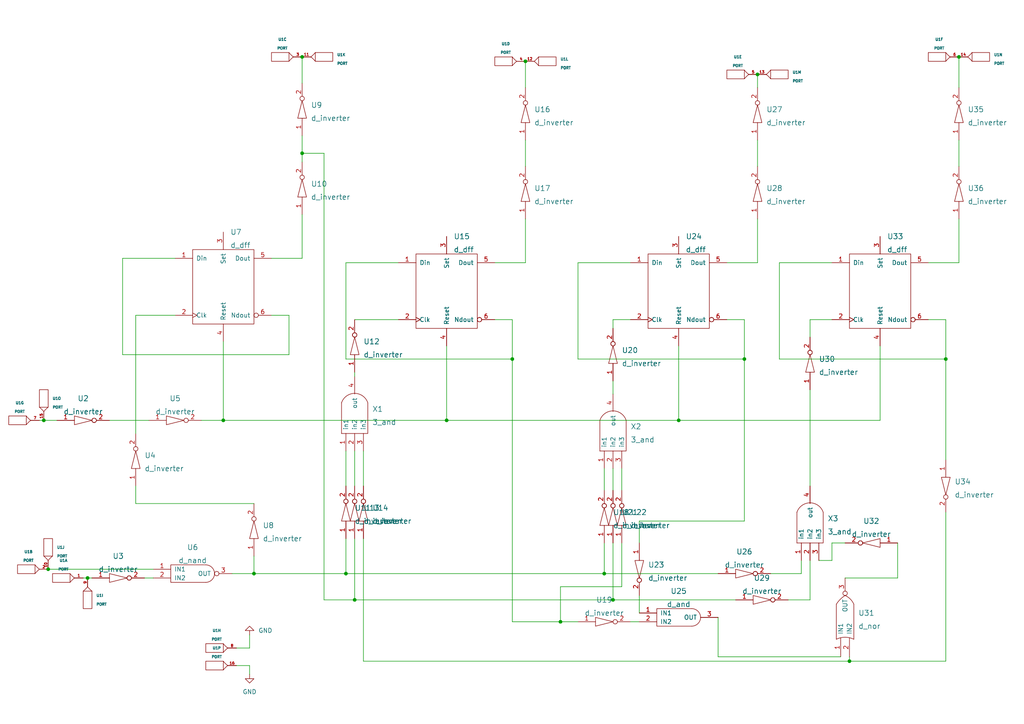
<source format=kicad_sch>
(kicad_sch (version 20211123) (generator eeschema)
  (paper "A4")
  (lib_symbols
    (symbol "eSim_Digital:d_and" (pin_names (offset 1.016))
      (property "Reference" "U" (at 0 0 0))
      (property "Value" "d_and" (at 1.27 2.54 0))
      (symbol "d_and_0_1"
        (polyline (pts (xy 3.81 -1.27) (xy -6.35 -1.27) (xy -6.35 3.81) (xy 3.81 3.81)))
        (arc (start 3.81 -1.27) (mid 5.5897 -0.5171) (end 6.35 1.27))
        (arc (start 6.35 1.27) (mid 5.5971 3.0497) (end 3.81 3.81))
      )
      (symbol "d_and_1_1"
        (pin input line (at -11.43 2.54 0) (length 5.08) (name "IN1") (number "1"))
        (pin input line (at -11.43 0 0) (length 5.08) (name "IN2") (number "2"))
        (pin output line (at 11.43 1.27 180) (length 5.08) (name "OUT") (number "3"))
      )
    )
    (symbol "eSim_Digital:d_dff" (pin_names (offset 1.016))
      (property "Reference" "U" (at 0 0 0))
      (property "Value" "d_dff" (at 0 3.81 0))
      (symbol "d_dff_0_1"
        (rectangle (start 8.89 11.43) (end -8.89 -10.16))
      )
      (symbol "d_dff_1_1"
        (pin input line (at -13.97 8.89 0) (length 5.08) (name "Din") (number "1"))
        (pin input clock (at -13.97 -7.62 0) (length 5.08) (name "Clk") (number "2"))
        (pin input line (at 0 16.51 270) (length 5.08) (name "Set") (number "3"))
        (pin input line (at 0 -15.24 90) (length 5.08) (name "Reset") (number "4"))
        (pin output line (at 13.97 8.89 180) (length 5.08) (name "Dout") (number "5"))
        (pin output inverted (at 13.97 -7.62 180) (length 5.08) (name "Ndout") (number "6"))
      )
    )
    (symbol "eSim_Digital:d_inverter" (pin_names (offset 1.016))
      (property "Reference" "U" (at 0 -2.54 0))
      (property "Value" "d_inverter" (at 0 3.81 0))
      (symbol "d_inverter_0_1"
        (polyline (pts (xy -2.54 1.27) (xy -2.54 -1.27) (xy 2.54 0) (xy -2.54 1.27)))
      )
      (symbol "d_inverter_1_1"
        (pin input line (at -7.62 0 0) (length 5.08) (name "~") (number "1"))
        (pin output inverted (at 7.62 0 180) (length 5.08) (name "~") (number "2"))
      )
    )
    (symbol "eSim_Digital:d_nand" (pin_names (offset 1.016))
      (property "Reference" "U" (at 0 0 0))
      (property "Value" "d_nand" (at 1.27 2.54 0))
      (symbol "d_nand_0_1"
        (polyline (pts (xy 3.81 -1.27) (xy -6.35 -1.27) (xy -6.35 3.81) (xy 3.81 3.81)))
        (arc (start 3.81 -1.27) (mid 5.5897 -0.5171) (end 6.35 1.27))
        (arc (start 6.35 1.27) (mid 5.5971 3.0497) (end 3.81 3.81))
      )
      (symbol "d_nand_1_1"
        (pin input line (at -11.43 2.54 0) (length 5.08) (name "IN1") (number "1"))
        (pin input line (at -11.43 0 0) (length 5.08) (name "IN2") (number "2"))
        (pin output inverted (at 11.43 1.27 180) (length 5.08) (name "OUT") (number "3"))
      )
    )
    (symbol "eSim_Digital:d_nor" (pin_names (offset 1.016))
      (property "Reference" "U" (at 0 0 0))
      (property "Value" "d_nor" (at 1.27 2.54 0))
      (symbol "d_nor_0_1"
        (arc (start -6.35 -1.27) (mid -5.7504 1.27) (end -6.35 3.81))
        (polyline (pts (xy -6.35 -1.27) (xy 3.81 -1.27)))
        (polyline (pts (xy -6.35 3.81) (xy 3.81 3.81)))
        (arc (start 3.81 -1.27) (mid 5.3181 -0.2399) (end 6.35 1.27))
        (arc (start 6.35 1.27) (mid 5.2222 2.6828) (end 3.81 3.81))
      )
      (symbol "d_nor_1_1"
        (pin input line (at -11.43 2.54 0) (length 5.461) (name "IN1") (number "1"))
        (pin input line (at -11.43 0 0) (length 5.461) (name "IN2") (number "2"))
        (pin output inverted (at 11.43 1.27 180) (length 5.08) (name "OUT") (number "3"))
      )
    )
    (symbol "eSim_Miscellaneous:PORT" (pin_names (offset 1.016))
      (property "Reference" "U" (at 1.27 2.54 0))
      (property "Value" "PORT" (at 0 0 0))
      (symbol "PORT_0_1"
        (rectangle (start -2.54 1.27) (end 2.54 -1.27))
        (arc (start 2.54 1.27) (mid 3.1355 0.5955) (end 3.81 0))
        (arc (start 3.81 0) (mid 3.1447 -0.6046) (end 2.54 -1.27))
      )
      (symbol "PORT_1_1"
        (pin bidirectional line (at 6.35 0 180) (length 2.54) (name "~") (number "1"))
      )
      (symbol "PORT_2_1"
        (pin bidirectional line (at 6.35 0 180) (length 2.54) (name "~") (number "2"))
      )
      (symbol "PORT_3_1"
        (pin bidirectional line (at 6.35 0 180) (length 2.54) (name "~") (number "3"))
      )
      (symbol "PORT_4_1"
        (pin bidirectional line (at 6.35 0 180) (length 2.54) (name "~") (number "4"))
      )
      (symbol "PORT_5_1"
        (pin bidirectional line (at 6.35 0 180) (length 2.54) (name "~") (number "5"))
      )
      (symbol "PORT_6_1"
        (pin bidirectional line (at 6.35 0 180) (length 2.54) (name "~") (number "6"))
      )
      (symbol "PORT_7_1"
        (pin bidirectional line (at 6.35 0 180) (length 2.54) (name "~") (number "7"))
      )
      (symbol "PORT_8_1"
        (pin bidirectional line (at 6.35 0 180) (length 2.54) (name "~") (number "8"))
      )
      (symbol "PORT_9_1"
        (pin bidirectional line (at 6.35 0 180) (length 2.54) (name "~") (number "9"))
      )
      (symbol "PORT_10_1"
        (pin bidirectional line (at 6.35 0 180) (length 2.54) (name "~") (number "10"))
      )
      (symbol "PORT_11_1"
        (pin bidirectional line (at 6.35 0 180) (length 2.54) (name "~") (number "11"))
      )
      (symbol "PORT_12_1"
        (pin bidirectional line (at 6.35 0 180) (length 2.54) (name "~") (number "12"))
      )
      (symbol "PORT_13_1"
        (pin bidirectional line (at 6.35 0 180) (length 2.54) (name "~") (number "13"))
      )
      (symbol "PORT_14_1"
        (pin bidirectional line (at 6.35 0 180) (length 2.54) (name "~") (number "14"))
      )
      (symbol "PORT_15_1"
        (pin bidirectional line (at 6.35 0 180) (length 2.54) (name "~") (number "15"))
      )
      (symbol "PORT_16_1"
        (pin bidirectional line (at 6.35 0 180) (length 2.54) (name "~") (number "16"))
      )
      (symbol "PORT_17_1"
        (pin bidirectional line (at 6.35 0 180) (length 2.54) (name "~") (number "17"))
      )
      (symbol "PORT_18_1"
        (pin bidirectional line (at 6.35 0 180) (length 2.54) (name "~") (number "18"))
      )
      (symbol "PORT_19_1"
        (pin bidirectional line (at 6.35 0 180) (length 2.54) (name "~") (number "19"))
      )
      (symbol "PORT_20_1"
        (pin bidirectional line (at 6.35 0 180) (length 2.54) (name "~") (number "20"))
      )
      (symbol "PORT_21_1"
        (pin bidirectional line (at 6.35 0 180) (length 2.54) (name "~") (number "21"))
      )
      (symbol "PORT_22_1"
        (pin bidirectional line (at 6.35 0 180) (length 2.54) (name "~") (number "22"))
      )
      (symbol "PORT_23_1"
        (pin bidirectional line (at 6.35 0 180) (length 2.54) (name "~") (number "23"))
      )
      (symbol "PORT_24_1"
        (pin bidirectional line (at 6.35 0 180) (length 2.54) (name "~") (number "24"))
      )
      (symbol "PORT_25_1"
        (pin bidirectional line (at 6.35 0 180) (length 2.54) (name "~") (number "25"))
      )
      (symbol "PORT_26_1"
        (pin bidirectional line (at 6.35 0 180) (length 2.54) (name "~") (number "26"))
      )
    )
    (symbol "eSim_Power:eSim_GND" (power) (pin_names (offset 0))
      (property "Value" "eSim_GND" (at 0 -3.81 0))
      (symbol "eSim_GND_0_1"
        (polyline (pts (xy 0 0) (xy 0 -1.27) (xy 1.27 -1.27) (xy 0 -2.54) (xy -1.27 -1.27) (xy 0 -1.27)))
      )
      (symbol "eSim_GND_1_1"
        (pin power_in line (at 0 0 270) (length 0) hide (name "GND") (number "1"))
      )
    )
    (symbol "eSim_Subckt:3_and" (pin_names (offset 1.016))
      (property "Reference" "X" (at 2.54 -1.27 0))
      (property "Value" "3_and" (at 3.81 3.81 0))
      (symbol "3_and_0_1"
        (polyline (pts (xy -3.81 5.08) (xy 5.08 5.08)))
        (polyline (pts (xy -3.81 5.08) (xy -3.81 -2.54) (xy 5.08 -2.54)))
        (arc (start 5.08 -2.54) (mid 7.8261 1.27) (end 5.08 5.08))
      )
      (symbol "3_and_1_1"
        (pin input line (at -8.89 3.81 0) (length 5.08) (name "in1") (number "1"))
        (pin input line (at -8.89 1.27 0) (length 5.08) (name "in2") (number "2"))
        (pin input line (at -8.89 -1.27 0) (length 5.08) (name "in3") (number "3"))
        (pin output line (at 12.7 1.27 180) (length 5.08) (name "out") (number "4"))
      )
    )
  )
  (junction (at 87.63 44.45))
  (junction (at 274.32 104.14))
  (junction (at 64.77 121.92))
  (junction (at 102.87 173.99))
  (junction (at 219.71 21.59))
  (junction (at 25.4 167.64))
  (junction (at 196.85 121.92))
  (junction (at 175.26 166.37))
  (junction (at 13.97 165.1))
  (junction (at 152.4 17.78))
  (junction (at 87.63 16.51))
  (junction (at 73.66 166.37))
  (junction (at 148.59 104.14))
  (junction (at 278.13 16.51))
  (junction (at 12.7 121.92))
  (junction (at 129.54 121.92))
  (junction (at 162.56 180.34))
  (junction (at 246.38 191.77))
  (junction (at 100.33 166.37))
  (junction (at 177.8 173.99))
  (junction (at 215.9 104.14))
  (wire (pts (xy 100.33 166.37) (xy 175.26 166.37)))
  (wire (pts (xy 87.63 44.45) (xy 87.63 46.99)))
  (wire (pts (xy 215.9 92.71) (xy 215.9 104.14)))
  (wire (pts (xy 167.64 76.2) (xy 182.88 76.2)))
  (wire (pts (xy 196.85 100.33) (xy 196.85 121.92)))
  (wire (pts (xy 180.34 135.89) (xy 180.34 142.24)))
  (wire (pts (xy 148.59 92.71) (xy 148.59 104.14)))
  (wire (pts (xy 246.38 190.5) (xy 246.38 191.77)))
  (wire (pts (xy 269.24 76.2) (xy 278.13 76.2)))
  (wire (pts (xy 93.98 44.45) (xy 93.98 173.99)))
  (wire (pts (xy 177.8 114.3) (xy 177.8 110.49)))
  (wire (pts (xy 25.4 167.64) (xy 26.67 167.64)))
  (wire (pts (xy 152.4 40.64) (xy 152.4 48.26)))
  (wire (pts (xy 129.54 121.92) (xy 196.85 121.92)))
  (wire (pts (xy 83.82 91.44) (xy 83.82 102.87)))
  (wire (pts (xy 234.95 140.97) (xy 234.95 113.03)))
  (wire (pts (xy 67.31 166.37) (xy 73.66 166.37)))
  (wire (pts (xy 182.88 180.34) (xy 185.42 180.34)))
  (wire (pts (xy 180.34 157.48) (xy 180.34 170.18)))
  (wire (pts (xy 274.32 104.14) (xy 226.06 104.14)))
  (wire (pts (xy 64.77 99.06) (xy 64.77 121.92)))
  (wire (pts (xy 87.63 39.37) (xy 87.63 44.45)))
  (wire (pts (xy 208.28 190.5) (xy 243.84 190.5)))
  (wire (pts (xy 12.7 121.92) (xy 16.51 121.92)))
  (wire (pts (xy 274.32 191.77) (xy 246.38 191.77)))
  (wire (pts (xy 102.87 92.71) (xy 115.57 92.71)))
  (wire (pts (xy 234.95 173.99) (xy 234.95 162.56)))
  (wire (pts (xy 58.42 121.92) (xy 64.77 121.92)))
  (wire (pts (xy 162.56 180.34) (xy 167.64 180.34)))
  (wire (pts (xy 223.52 166.37) (xy 232.41 166.37)))
  (wire (pts (xy 260.35 167.64) (xy 260.35 157.48)))
  (wire (pts (xy 180.34 170.18) (xy 162.56 170.18)))
  (wire (pts (xy 278.13 40.64) (xy 278.13 48.26)))
  (wire (pts (xy 93.98 173.99) (xy 102.87 173.99)))
  (wire (pts (xy 175.26 135.89) (xy 175.26 142.24)))
  (wire (pts (xy 210.82 92.71) (xy 215.9 92.71)))
  (wire (pts (xy 73.66 161.29) (xy 73.66 166.37)))
  (wire (pts (xy 219.71 21.59) (xy 219.71 25.4)))
  (wire (pts (xy 73.66 166.37) (xy 100.33 166.37)))
  (wire (pts (xy 152.4 25.4) (xy 152.4 17.78)))
  (wire (pts (xy 129.54 100.33) (xy 129.54 121.92)))
  (wire (pts (xy 100.33 104.14) (xy 100.33 76.2)))
  (wire (pts (xy 24.13 167.64) (xy 25.4 167.64)))
  (wire (pts (xy 102.87 109.22) (xy 102.87 107.95)))
  (wire (pts (xy 100.33 156.21) (xy 100.33 166.37)))
  (wire (pts (xy 175.26 157.48) (xy 175.26 166.37)))
  (wire (pts (xy 219.71 40.64) (xy 219.71 48.26)))
  (wire (pts (xy 152.4 76.2) (xy 152.4 63.5)))
  (wire (pts (xy 219.71 76.2) (xy 219.71 63.5)))
  (wire (pts (xy 215.9 104.14) (xy 167.64 104.14)))
  (wire (pts (xy 87.63 44.45) (xy 93.98 44.45)))
  (wire (pts (xy 245.11 167.64) (xy 260.35 167.64)))
  (wire (pts (xy 148.59 104.14) (xy 100.33 104.14)))
  (wire (pts (xy 11.43 121.92) (xy 12.7 121.92)))
  (wire (pts (xy 39.37 91.44) (xy 50.8 91.44)))
  (wire (pts (xy 68.58 187.96) (xy 72.39 187.96)))
  (wire (pts (xy 87.63 24.13) (xy 87.63 16.51)))
  (wire (pts (xy 226.06 76.2) (xy 241.3 76.2)))
  (wire (pts (xy 39.37 125.73) (xy 39.37 91.44)))
  (wire (pts (xy 274.32 148.59) (xy 274.32 191.77)))
  (wire (pts (xy 278.13 76.2) (xy 278.13 63.5)))
  (wire (pts (xy 278.13 16.51) (xy 278.13 25.4)))
  (wire (pts (xy 73.66 146.05) (xy 39.37 146.05)))
  (wire (pts (xy 175.26 166.37) (xy 208.28 166.37)))
  (wire (pts (xy 83.82 102.87) (xy 35.56 102.87)))
  (wire (pts (xy 255.27 121.92) (xy 255.27 100.33)))
  (wire (pts (xy 210.82 76.2) (xy 219.71 76.2)))
  (wire (pts (xy 162.56 170.18) (xy 162.56 180.34)))
  (wire (pts (xy 105.41 140.97) (xy 105.41 130.81)))
  (wire (pts (xy 64.77 121.92) (xy 129.54 121.92)))
  (wire (pts (xy 215.9 104.14) (xy 215.9 151.13)))
  (wire (pts (xy 102.87 173.99) (xy 177.8 173.99)))
  (wire (pts (xy 72.39 187.96) (xy 72.39 184.15)))
  (wire (pts (xy 185.42 177.8) (xy 185.42 172.72)))
  (wire (pts (xy 100.33 130.81) (xy 100.33 140.97)))
  (wire (pts (xy 269.24 92.71) (xy 274.32 92.71)))
  (wire (pts (xy 237.49 162.56) (xy 241.3 162.56)))
  (wire (pts (xy 100.33 76.2) (xy 115.57 76.2)))
  (wire (pts (xy 274.32 104.14) (xy 274.32 133.35)))
  (wire (pts (xy 102.87 130.81) (xy 102.87 140.97)))
  (wire (pts (xy 177.8 135.89) (xy 177.8 142.24)))
  (wire (pts (xy 167.64 104.14) (xy 167.64 76.2)))
  (wire (pts (xy 78.74 91.44) (xy 83.82 91.44)))
  (wire (pts (xy 177.8 173.99) (xy 213.36 173.99)))
  (wire (pts (xy 185.42 151.13) (xy 215.9 151.13)))
  (wire (pts (xy 35.56 74.93) (xy 50.8 74.93)))
  (wire (pts (xy 246.38 191.77) (xy 105.41 191.77)))
  (wire (pts (xy 226.06 104.14) (xy 226.06 76.2)))
  (wire (pts (xy 177.8 95.25) (xy 177.8 92.71)))
  (wire (pts (xy 232.41 166.37) (xy 232.41 162.56)))
  (wire (pts (xy 148.59 180.34) (xy 162.56 180.34)))
  (wire (pts (xy 13.97 165.1) (xy 44.45 165.1)))
  (wire (pts (xy 196.85 121.92) (xy 255.27 121.92)))
  (wire (pts (xy 143.51 92.71) (xy 148.59 92.71)))
  (wire (pts (xy 41.91 167.64) (xy 44.45 167.64)))
  (wire (pts (xy 143.51 76.2) (xy 152.4 76.2)))
  (wire (pts (xy 228.6 173.99) (xy 234.95 173.99)))
  (wire (pts (xy 102.87 156.21) (xy 102.87 173.99)))
  (wire (pts (xy 148.59 180.34) (xy 148.59 104.14)))
  (wire (pts (xy 177.8 92.71) (xy 182.88 92.71)))
  (wire (pts (xy 105.41 191.77) (xy 105.41 156.21)))
  (wire (pts (xy 78.74 74.93) (xy 87.63 74.93)))
  (wire (pts (xy 234.95 92.71) (xy 241.3 92.71)))
  (wire (pts (xy 241.3 162.56) (xy 241.3 157.48)))
  (wire (pts (xy 35.56 102.87) (xy 35.56 74.93)))
  (wire (pts (xy 274.32 92.71) (xy 274.32 104.14)))
  (wire (pts (xy 234.95 97.79) (xy 234.95 92.71)))
  (wire (pts (xy 31.75 121.92) (xy 43.18 121.92)))
  (wire (pts (xy 68.58 193.04) (xy 72.39 193.04)))
  (wire (pts (xy 185.42 157.48) (xy 185.42 151.13)))
  (wire (pts (xy 241.3 157.48) (xy 245.11 157.48)))
  (wire (pts (xy 87.63 74.93) (xy 87.63 62.23)))
  (wire (pts (xy 208.28 179.07) (xy 208.28 190.5)))
  (wire (pts (xy 39.37 146.05) (xy 39.37 140.97)))
  (wire (pts (xy 177.8 157.48) (xy 177.8 173.99)))
  (wire (pts (xy 72.39 193.04) (xy 72.39 195.58)))
  (symbol (lib_id "eSim_Digital:d_inverter") (at 105.41 148.59 90) (unit 1)
    (property "Reference" "U14" (at 107.95 147.32 90) (effects (font (size 1.524 1.524)) (justify right)))
    (property "Value" "d_inverter" (at 107.95 151.13 90) (effects (font (size 1.524 1.524)) (justify right)))
  )
  (symbol (lib_id "eSim_Miscellaneous:PORT") (at 13.97 158.75 270) (unit 10)
    (property "Reference" "U1" (at 16.51 158.75 90) (effects (font (size 0.762 0.762)) (justify left)))
    (property "Value" "PORT" (at 16.51 161.29 90) (effects (font (size 0.762 0.762)) (justify left)))
  )
  (symbol (lib_id "eSim_Miscellaneous:PORT") (at 17.78 167.64 0) (unit 1)
    (property "Reference" "U1" (at 18.415 162.56 0) (effects (font (size 0.762 0.762))))
    (property "Value" "PORT" (at 18.415 165.1 0) (effects (font (size 0.762 0.762))))
  )
  (symbol (lib_id "eSim_Digital:d_nor") (at 246.38 179.07 90) (unit 1)
    (property "Reference" "U31" (at 248.92 177.8 90) (effects (font (size 1.524 1.524)) (justify right)))
    (property "Value" "d_nor" (at 248.92 181.61 90) (effects (font (size 1.524 1.524)) (justify right)))
  )
  (symbol (lib_id "eSim_Miscellaneous:PORT") (at 271.78 16.51 0) (unit 6)
    (property "Reference" "U1" (at 272.415 11.43 0) (effects (font (size 0.762 0.762))))
    (property "Value" "PORT" (at 272.415 13.97 0) (effects (font (size 0.762 0.762))))
  )
  (symbol (lib_id "eSim_Miscellaneous:PORT") (at 158.75 17.78 180) (unit 12)
    (property "Reference" "U1" (at 162.56 17.145 0) (effects (font (size 0.762 0.762)) (justify right)))
    (property "Value" "PORT" (at 162.56 19.685 0) (effects (font (size 0.762 0.762)) (justify right)))
  )
  (symbol (lib_id "eSim_Digital:d_inverter") (at 39.37 133.35 90) (unit 1)
    (property "Reference" "U4" (at 41.91 132.08 90) (effects (font (size 1.524 1.524)) (justify right)))
    (property "Value" "d_inverter" (at 41.91 135.89 90) (effects (font (size 1.524 1.524)) (justify right)))
  )
  (symbol (lib_id "eSim_Miscellaneous:PORT") (at 12.7 115.57 270) (unit 15)
    (property "Reference" "U1" (at 15.24 115.57 90) (effects (font (size 0.762 0.762)) (justify left)))
    (property "Value" "PORT" (at 15.24 118.11 90) (effects (font (size 0.762 0.762)) (justify left)))
  )
  (symbol (lib_id "eSim_Digital:d_inverter") (at 278.13 33.02 90) (unit 1)
    (property "Reference" "U35" (at 280.67 31.75 90) (effects (font (size 1.524 1.524)) (justify right)))
    (property "Value" "d_inverter" (at 280.67 35.56 90) (effects (font (size 1.524 1.524)) (justify right)))
  )
  (symbol (lib_id "eSim_Digital:d_dff") (at 64.77 83.82 0) (unit 1)
    (property "Reference" "U7" (at 66.7894 67.31 0) (effects (font (size 1.524 1.524)) (justify left)))
    (property "Value" "d_dff" (at 66.7894 71.12 0) (effects (font (size 1.524 1.524)) (justify left)))
  )
  (symbol (lib_id "eSim_Digital:d_inverter") (at 87.63 54.61 90) (unit 1)
    (property "Reference" "U10" (at 90.17 53.34 90) (effects (font (size 1.524 1.524)) (justify right)))
    (property "Value" "d_inverter" (at 90.17 57.15 90) (effects (font (size 1.524 1.524)) (justify right)))
  )
  (symbol (lib_id "eSim_Miscellaneous:PORT") (at 284.48 16.51 180) (unit 14)
    (property "Reference" "U1" (at 288.29 15.875 0) (effects (font (size 0.762 0.762)) (justify right)))
    (property "Value" "PORT" (at 288.29 18.415 0) (effects (font (size 0.762 0.762)) (justify right)))
  )
  (symbol (lib_id "eSim_Digital:d_inverter") (at 87.63 31.75 90) (unit 1)
    (property "Reference" "U9" (at 90.17 30.48 90) (effects (font (size 1.524 1.524)) (justify right)))
    (property "Value" "d_inverter" (at 90.17 34.29 90) (effects (font (size 1.524 1.524)) (justify right)))
  )
  (symbol (lib_id "eSim_Digital:d_inverter") (at 102.87 148.59 90) (unit 1)
    (property "Reference" "U13" (at 105.41 147.32 90) (effects (font (size 1.524 1.524)) (justify right)))
    (property "Value" "d_inverter" (at 105.41 151.13 90) (effects (font (size 1.524 1.524)) (justify right)))
  )
  (symbol (lib_id "eSim_Digital:d_and") (at 196.85 180.34 0) (unit 1)
    (property "Reference" "U25" (at 196.85 171.45 0) (effects (font (size 1.524 1.524))))
    (property "Value" "d_and" (at 196.85 175.26 0) (effects (font (size 1.524 1.524))))
  )
  (symbol (lib_id "eSim_Miscellaneous:PORT") (at 7.62 165.1 0) (unit 2)
    (property "Reference" "U1" (at 8.255 160.02 0) (effects (font (size 0.762 0.762))))
    (property "Value" "PORT" (at 8.255 162.56 0) (effects (font (size 0.762 0.762))))
  )
  (symbol (lib_id "eSim_Power:eSim_GND") (at 72.39 195.58 0) (unit 1)
    (property "Reference" "#PWR0101" (effects hide))
    (property "Value" "eSim_GND" (at 72.39 200.66 0))
  )
  (symbol (lib_id "eSim_Miscellaneous:PORT") (at 62.23 193.04 0) (unit 16)
    (property "Reference" "U1" (at 62.865 187.96 0) (effects (font (size 0.762 0.762))))
    (property "Value" "PORT" (at 62.865 190.5 0) (effects (font (size 0.762 0.762))))
  )
  (symbol (lib_id "eSim_Miscellaneous:PORT") (at 5.08 121.92 0) (unit 7)
    (property "Reference" "U1" (at 5.715 116.84 0) (effects (font (size 0.762 0.762))))
    (property "Value" "PORT" (at 5.715 119.38 0) (effects (font (size 0.762 0.762))))
  )
  (symbol (lib_id "eSim_Digital:d_inverter") (at 177.8 149.86 90) (unit 1)
    (property "Reference" "U21" (at 180.34 148.59 90) (effects (font (size 1.524 1.524)) (justify right)))
    (property "Value" "d_inverter" (at 180.34 152.4 90) (effects (font (size 1.524 1.524)) (justify right)))
  )
  (symbol (lib_id "eSim_Digital:d_inverter") (at 175.26 180.34 0) (unit 1)
    (property "Reference" "U19" (at 175.26 173.99 0) (effects (font (size 1.524 1.524))))
    (property "Value" "d_inverter" (at 175.26 177.8 0) (effects (font (size 1.524 1.524))))
  )
  (symbol (lib_id "eSim_Subckt:3_and") (at 104.14 121.92 90) (unit 1)
    (property "Reference" "X1" (at 107.95 118.6419 90) (effects (font (size 1.524 1.524)) (justify right)))
    (property "Value" "3_and" (at 107.95 122.4519 90) (effects (font (size 1.524 1.524)) (justify right)))
  )
  (symbol (lib_id "eSim_Subckt:3_and") (at 236.22 153.67 90) (unit 1)
    (property "Reference" "X3" (at 240.03 150.3919 90) (effects (font (size 1.524 1.524)) (justify right)))
    (property "Value" "3_and" (at 240.03 154.2019 90) (effects (font (size 1.524 1.524)) (justify right)))
  )
  (symbol (lib_id "eSim_Digital:d_inverter") (at 102.87 100.33 90) (unit 1)
    (property "Reference" "U12" (at 105.41 99.06 90) (effects (font (size 1.524 1.524)) (justify right)))
    (property "Value" "d_inverter" (at 105.41 102.87 90) (effects (font (size 1.524 1.524)) (justify right)))
  )
  (symbol (lib_id "eSim_Digital:d_inverter") (at 24.13 121.92 0) (unit 1)
    (property "Reference" "U2" (at 24.13 115.57 0) (effects (font (size 1.524 1.524))))
    (property "Value" "d_inverter" (at 24.13 119.38 0) (effects (font (size 1.524 1.524))))
  )
  (symbol (lib_id "eSim_Miscellaneous:PORT") (at 81.28 16.51 0) (unit 3)
    (property "Reference" "U1" (at 81.915 11.43 0) (effects (font (size 0.762 0.762))))
    (property "Value" "PORT" (at 81.915 13.97 0) (effects (font (size 0.762 0.762))))
  )
  (symbol (lib_id "eSim_Digital:d_inverter") (at 278.13 55.88 90) (unit 1)
    (property "Reference" "U36" (at 280.67 54.61 90) (effects (font (size 1.524 1.524)) (justify right)))
    (property "Value" "d_inverter" (at 280.67 58.42 90) (effects (font (size 1.524 1.524)) (justify right)))
  )
  (symbol (lib_id "eSim_Digital:d_inverter") (at 152.4 55.88 90) (unit 1)
    (property "Reference" "U17" (at 154.94 54.61 90) (effects (font (size 1.524 1.524)) (justify right)))
    (property "Value" "d_inverter" (at 154.94 58.42 90) (effects (font (size 1.524 1.524)) (justify right)))
  )
  (symbol (lib_id "eSim_Digital:d_inverter") (at 215.9 166.37 0) (unit 1)
    (property "Reference" "U26" (at 215.9 160.02 0) (effects (font (size 1.524 1.524))))
    (property "Value" "d_inverter" (at 215.9 163.83 0) (effects (font (size 1.524 1.524))))
  )
  (symbol (lib_id "eSim_Digital:d_inverter") (at 234.95 105.41 90) (unit 1)
    (property "Reference" "U30" (at 237.49 104.14 90) (effects (font (size 1.524 1.524)) (justify right)))
    (property "Value" "d_inverter" (at 237.49 107.95 90) (effects (font (size 1.524 1.524)) (justify right)))
  )
  (symbol (lib_id "eSim_Digital:d_dff") (at 196.85 85.09 0) (unit 1)
    (property "Reference" "U24" (at 198.8694 68.58 0) (effects (font (size 1.524 1.524)) (justify left)))
    (property "Value" "d_dff" (at 198.8694 72.39 0) (effects (font (size 1.524 1.524)) (justify left)))
  )
  (symbol (lib_id "eSim_Digital:d_inverter") (at 180.34 149.86 90) (unit 1)
    (property "Reference" "U22" (at 182.88 148.59 90) (effects (font (size 1.524 1.524)) (justify right)))
    (property "Value" "d_inverter" (at 182.88 152.4 90) (effects (font (size 1.524 1.524)) (justify right)))
  )
  (symbol (lib_id "eSim_Digital:d_inverter") (at 252.73 157.48 180) (unit 1)
    (property "Reference" "U32" (at 252.73 151.13 0) (effects (font (size 1.524 1.524))))
    (property "Value" "d_inverter" (at 252.73 154.94 0) (effects (font (size 1.524 1.524))))
  )
  (symbol (lib_id "eSim_Digital:d_inverter") (at 50.8 121.92 0) (unit 1)
    (property "Reference" "U5" (at 50.8 115.57 0) (effects (font (size 1.524 1.524))))
    (property "Value" "d_inverter" (at 50.8 119.38 0) (effects (font (size 1.524 1.524))))
  )
  (symbol (lib_id "eSim_Miscellaneous:PORT") (at 93.98 16.51 180) (unit 11)
    (property "Reference" "U1" (at 97.79 15.875 0) (effects (font (size 0.762 0.762)) (justify right)))
    (property "Value" "PORT" (at 97.79 18.415 0) (effects (font (size 0.762 0.762)) (justify right)))
  )
  (symbol (lib_id "eSim_Digital:d_inverter") (at 34.29 167.64 0) (unit 1)
    (property "Reference" "U3" (at 34.29 161.29 0) (effects (font (size 1.524 1.524))))
    (property "Value" "d_inverter" (at 34.29 165.1 0) (effects (font (size 1.524 1.524))))
  )
  (symbol (lib_id "eSim_Digital:d_dff") (at 255.27 85.09 0) (unit 1)
    (property "Reference" "U33" (at 257.2894 68.58 0) (effects (font (size 1.524 1.524)) (justify left)))
    (property "Value" "d_dff" (at 257.2894 72.39 0) (effects (font (size 1.524 1.524)) (justify left)))
  )
  (symbol (lib_id "eSim_Miscellaneous:PORT") (at 62.23 187.96 0) (unit 8)
    (property "Reference" "U1" (at 62.865 182.88 0) (effects (font (size 0.762 0.762))))
    (property "Value" "PORT" (at 62.865 185.42 0) (effects (font (size 0.762 0.762))))
  )
  (symbol (lib_id "eSim_Digital:d_inverter") (at 219.71 33.02 90) (unit 1)
    (property "Reference" "U27" (at 222.25 31.75 90) (effects (font (size 1.524 1.524)) (justify right)))
    (property "Value" "d_inverter" (at 222.25 35.56 90) (effects (font (size 1.524 1.524)) (justify right)))
  )
  (symbol (lib_id "eSim_Subckt:3_and") (at 179.07 127 90) (unit 1)
    (property "Reference" "X2" (at 182.88 123.7219 90) (effects (font (size 1.524 1.524)) (justify right)))
    (property "Value" "3_and" (at 182.88 127.5319 90) (effects (font (size 1.524 1.524)) (justify right)))
  )
  (symbol (lib_id "eSim_Miscellaneous:PORT") (at 226.06 21.59 180) (unit 13)
    (property "Reference" "U1" (at 229.87 20.955 0) (effects (font (size 0.762 0.762)) (justify right)))
    (property "Value" "PORT" (at 229.87 23.495 0) (effects (font (size 0.762 0.762)) (justify right)))
  )
  (symbol (lib_id "eSim_Digital:d_inverter") (at 100.33 148.59 90) (unit 1)
    (property "Reference" "U11" (at 102.87 147.32 90) (effects (font (size 1.524 1.524)) (justify right)))
    (property "Value" "d_inverter" (at 102.87 151.13 90) (effects (font (size 1.524 1.524)) (justify right)))
  )
  (symbol (lib_id "eSim_Digital:d_inverter") (at 152.4 33.02 90) (unit 1)
    (property "Reference" "U16" (at 154.94 31.75 90) (effects (font (size 1.524 1.524)) (justify right)))
    (property "Value" "d_inverter" (at 154.94 35.56 90) (effects (font (size 1.524 1.524)) (justify right)))
  )
  (symbol (lib_id "eSim_Digital:d_inverter") (at 177.8 102.87 90) (unit 1)
    (property "Reference" "U20" (at 180.34 101.6 90) (effects (font (size 1.524 1.524)) (justify right)))
    (property "Value" "d_inverter" (at 180.34 105.41 90) (effects (font (size 1.524 1.524)) (justify right)))
  )
  (symbol (lib_id "eSim_Digital:d_inverter") (at 175.26 149.86 90) (unit 1)
    (property "Reference" "U18" (at 177.8 148.59 90) (effects (font (size 1.524 1.524)) (justify right)))
    (property "Value" "d_inverter" (at 177.8 152.4 90) (effects (font (size 1.524 1.524)) (justify right)))
  )
  (symbol (lib_id "eSim_Digital:d_inverter") (at 73.66 153.67 90) (unit 1)
    (property "Reference" "U8" (at 76.2 152.4 90) (effects (font (size 1.524 1.524)) (justify right)))
    (property "Value" "d_inverter" (at 76.2 156.21 90) (effects (font (size 1.524 1.524)) (justify right)))
  )
  (symbol (lib_id "eSim_Digital:d_inverter") (at 185.42 165.1 270) (unit 1)
    (property "Reference" "U23" (at 187.96 163.83 90) (effects (font (size 1.524 1.524)) (justify left)))
    (property "Value" "d_inverter" (at 187.96 167.64 90) (effects (font (size 1.524 1.524)) (justify left)))
  )
  (symbol (lib_id "eSim_Power:eSim_GND") (at 72.39 184.15 180) (unit 1)
    (property "Reference" "#PWR0102" (effects hide))
    (property "Value" "eSim_GND" (at 74.93 182.8799 0) (effects (justify right)))
  )
  (symbol (lib_id "eSim_Digital:d_dff") (at 129.54 85.09 0) (unit 1)
    (property "Reference" "U15" (at 131.5594 68.58 0) (effects (font (size 1.524 1.524)) (justify left)))
    (property "Value" "d_dff" (at 131.5594 72.39 0) (effects (font (size 1.524 1.524)) (justify left)))
  )
  (symbol (lib_id "eSim_Digital:d_inverter") (at 220.98 173.99 0) (unit 1)
    (property "Reference" "U29" (at 220.98 167.64 0) (effects (font (size 1.524 1.524))))
    (property "Value" "d_inverter" (at 220.98 171.45 0) (effects (font (size 1.524 1.524))))
  )
  (symbol (lib_id "eSim_Miscellaneous:PORT") (at 213.36 21.59 0) (unit 5)
    (property "Reference" "U1" (at 213.995 16.51 0) (effects (font (size 0.762 0.762))))
    (property "Value" "PORT" (at 213.995 19.05 0) (effects (font (size 0.762 0.762))))
  )
  (symbol (lib_id "eSim_Digital:d_inverter") (at 219.71 55.88 90) (unit 1)
    (property "Reference" "U28" (at 222.25 54.61 90) (effects (font (size 1.524 1.524)) (justify right)))
    (property "Value" "d_inverter" (at 222.25 58.42 90) (effects (font (size 1.524 1.524)) (justify right)))
  )
  (symbol (lib_id "eSim_Miscellaneous:PORT") (at 25.4 173.99 90) (unit 9)
    (property "Reference" "U1" (at 27.94 172.72 90) (effects (font (size 0.762 0.762)) (justify right)))
    (property "Value" "PORT" (at 27.94 175.26 90) (effects (font (size 0.762 0.762)) (justify right)))
  )
  (symbol (lib_id "eSim_Digital:d_nand") (at 55.88 167.64 0) (unit 1)
    (property "Reference" "U6" (at 55.88 158.75 0) (effects (font (size 1.524 1.524))))
    (property "Value" "d_nand" (at 55.88 162.56 0) (effects (font (size 1.524 1.524))))
  )
  (symbol (lib_id "eSim_Digital:d_inverter") (at 274.32 140.97 270) (unit 1)
    (property "Reference" "U34" (at 276.86 139.7 90) (effects (font (size 1.524 1.524)) (justify left)))
    (property "Value" "d_inverter" (at 276.86 143.51 90) (effects (font (size 1.524 1.524)) (justify left)))
  )
  (symbol (lib_id "eSim_Miscellaneous:PORT") (at 146.05 17.78 0) (unit 4)
    (property "Reference" "U1" (at 146.685 12.7 0) (effects (font (size 0.762 0.762))))
    (property "Value" "PORT" (at 146.685 15.24 0) (effects (font (size 0.762 0.762))))
  )
)
</source>
